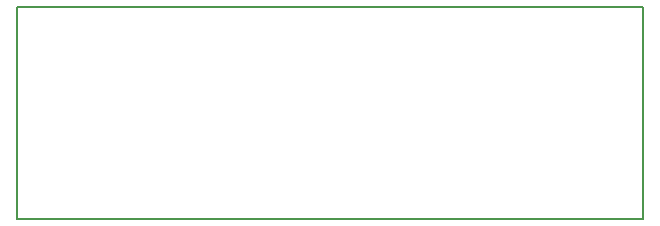
<source format=gbr>
G04 #@! TF.GenerationSoftware,KiCad,Pcbnew,5.0.2-bee76a0~70~ubuntu16.04.1*
G04 #@! TF.CreationDate,2019-07-30T15:31:50+02:00*
G04 #@! TF.ProjectId,hw-USB-RF,68772d55-5342-42d5-9246-2e6b69636164,rev?*
G04 #@! TF.SameCoordinates,Original*
G04 #@! TF.FileFunction,Profile,NP*
%FSLAX46Y46*%
G04 Gerber Fmt 4.6, Leading zero omitted, Abs format (unit mm)*
G04 Created by KiCad (PCBNEW 5.0.2-bee76a0~70~ubuntu16.04.1) date Tue 30 Jul 2019 03:31:50 PM CEST*
%MOMM*%
%LPD*%
G01*
G04 APERTURE LIST*
%ADD10C,0.200000*%
G04 APERTURE END LIST*
D10*
X108000000Y-89000000D02*
X108000000Y-71000000D01*
X161000000Y-89000000D02*
X108000000Y-89000000D01*
X161000000Y-71000000D02*
X161000000Y-89000000D01*
X108000000Y-71000000D02*
X161000000Y-71000000D01*
M02*

</source>
